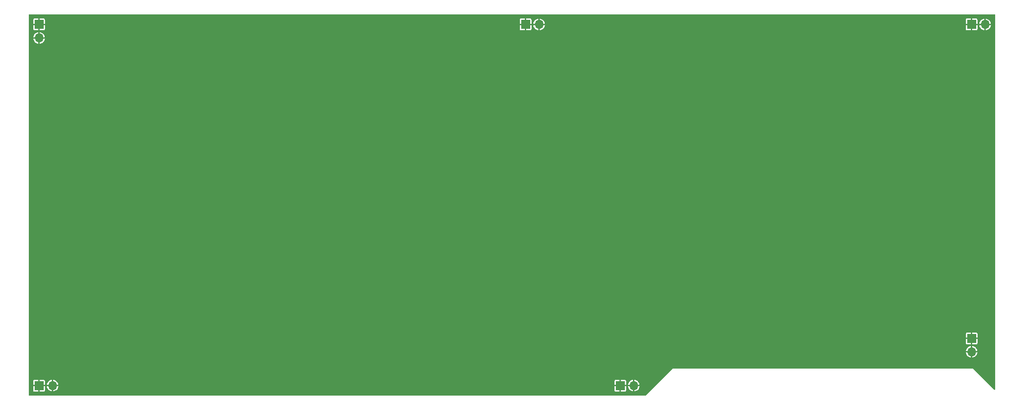
<source format=gbr>
%TF.GenerationSoftware,KiCad,Pcbnew,7.0.10*%
%TF.CreationDate,2024-08-04T08:05:15-06:00*%
%TF.ProjectId,display_card_cover,64697370-6c61-4795-9f63-6172645f636f,rev?*%
%TF.SameCoordinates,Original*%
%TF.FileFunction,Copper,L2,Bot*%
%TF.FilePolarity,Positive*%
%FSLAX46Y46*%
G04 Gerber Fmt 4.6, Leading zero omitted, Abs format (unit mm)*
G04 Created by KiCad (PCBNEW 7.0.10) date 2024-08-04 08:05:15*
%MOMM*%
%LPD*%
G01*
G04 APERTURE LIST*
%TA.AperFunction,ComponentPad*%
%ADD10R,1.700000X1.700000*%
%TD*%
%TA.AperFunction,ComponentPad*%
%ADD11O,1.700000X1.700000*%
%TD*%
G04 APERTURE END LIST*
D10*
%TO.P, ,1*%
%TO.N,GND*%
X556890000Y-434975000D03*
D11*
%TO.P, ,2*%
X559430000Y-434975000D03*
%TD*%
D10*
%TO.P, ,1*%
%TO.N,GND*%
X666115000Y-434975000D03*
D11*
%TO.P, ,2*%
X668655000Y-434975000D03*
%TD*%
D10*
%TO.P, ,1*%
%TO.N,GND*%
X732155000Y-426080000D03*
D11*
%TO.P, ,2*%
X732155000Y-428620000D03*
%TD*%
D10*
%TO.P, ,1*%
%TO.N,GND*%
X732150000Y-367030000D03*
D11*
%TO.P, ,2*%
X734690000Y-367030000D03*
%TD*%
D10*
%TO.P, ,1*%
%TO.N,GND*%
X648330000Y-367030000D03*
D11*
%TO.P, ,2*%
X650870000Y-367030000D03*
%TD*%
D10*
%TO.P, ,1*%
%TO.N,GND*%
X556895000Y-367030000D03*
D11*
%TO.P, ,2*%
X556895000Y-369570000D03*
%TD*%
%TA.AperFunction,Conductor*%
%TO.N,GND*%
G36*
X736543039Y-365144685D02*
G01*
X736588794Y-365197489D01*
X736600000Y-365249000D01*
X736600000Y-435664937D01*
X736580315Y-435731976D01*
X736527511Y-435777731D01*
X736458353Y-435787675D01*
X736394797Y-435758650D01*
X736388051Y-435752350D01*
X732459800Y-431800000D01*
X675944800Y-431800000D01*
X675944799Y-431800000D01*
X670901119Y-436843681D01*
X670839796Y-436877166D01*
X670813438Y-436880000D01*
X555114000Y-436880000D01*
X555046961Y-436860315D01*
X555001206Y-436807511D01*
X554990000Y-436756000D01*
X554990000Y-435849628D01*
X555790000Y-435849628D01*
X555804503Y-435922540D01*
X555804505Y-435922544D01*
X555859760Y-436005239D01*
X555942455Y-436060494D01*
X555942459Y-436060496D01*
X556015371Y-436074999D01*
X556015374Y-436075000D01*
X556765000Y-436075000D01*
X556765000Y-435462169D01*
X556854237Y-435475000D01*
X556925763Y-435475000D01*
X557015000Y-435462169D01*
X557015000Y-436075000D01*
X557764626Y-436075000D01*
X557764628Y-436074999D01*
X557837540Y-436060496D01*
X557837544Y-436060494D01*
X557920239Y-436005239D01*
X557975494Y-435922544D01*
X557975496Y-435922540D01*
X557989999Y-435849628D01*
X557990000Y-435849626D01*
X557990000Y-435100000D01*
X557374405Y-435100000D01*
X557390000Y-435046889D01*
X557390000Y-434903111D01*
X557374405Y-434850000D01*
X557990000Y-434850000D01*
X557990000Y-434849999D01*
X558336869Y-434849999D01*
X558336870Y-434850000D01*
X558945595Y-434850000D01*
X558930000Y-434903111D01*
X558930000Y-435046889D01*
X558945595Y-435100000D01*
X558336870Y-435100000D01*
X558344097Y-435177989D01*
X558344097Y-435177992D01*
X558399883Y-435374063D01*
X558399886Y-435374069D01*
X558490754Y-435556556D01*
X558613608Y-435719242D01*
X558764260Y-435856578D01*
X558937584Y-435963897D01*
X559127678Y-436037539D01*
X559305000Y-436070686D01*
X559305000Y-435462169D01*
X559394237Y-435475000D01*
X559465763Y-435475000D01*
X559555000Y-435462169D01*
X559555000Y-436070686D01*
X559732321Y-436037539D01*
X559922415Y-435963897D01*
X560095739Y-435856578D01*
X560103363Y-435849628D01*
X665015000Y-435849628D01*
X665029503Y-435922540D01*
X665029505Y-435922544D01*
X665084760Y-436005239D01*
X665167455Y-436060494D01*
X665167459Y-436060496D01*
X665240371Y-436074999D01*
X665240374Y-436075000D01*
X665990000Y-436075000D01*
X665990000Y-435462169D01*
X666079237Y-435475000D01*
X666150763Y-435475000D01*
X666240000Y-435462169D01*
X666240000Y-436075000D01*
X666989626Y-436075000D01*
X666989628Y-436074999D01*
X667062540Y-436060496D01*
X667062544Y-436060494D01*
X667145239Y-436005239D01*
X667200494Y-435922544D01*
X667200496Y-435922540D01*
X667214999Y-435849628D01*
X667215000Y-435849626D01*
X667215000Y-435100000D01*
X666599405Y-435100000D01*
X666615000Y-435046889D01*
X666615000Y-434903111D01*
X666599405Y-434850000D01*
X667215000Y-434850000D01*
X667215000Y-434849999D01*
X667561869Y-434849999D01*
X667561870Y-434850000D01*
X668170595Y-434850000D01*
X668155000Y-434903111D01*
X668155000Y-435046889D01*
X668170595Y-435100000D01*
X667561870Y-435100000D01*
X667569097Y-435177989D01*
X667569097Y-435177992D01*
X667624883Y-435374063D01*
X667624886Y-435374069D01*
X667715754Y-435556556D01*
X667838608Y-435719242D01*
X667989260Y-435856578D01*
X668162584Y-435963897D01*
X668352678Y-436037539D01*
X668530000Y-436070686D01*
X668530000Y-435462169D01*
X668619237Y-435475000D01*
X668690763Y-435475000D01*
X668780000Y-435462169D01*
X668780000Y-436070686D01*
X668957321Y-436037539D01*
X669147415Y-435963897D01*
X669320739Y-435856578D01*
X669471391Y-435719242D01*
X669594245Y-435556556D01*
X669685113Y-435374069D01*
X669685116Y-435374063D01*
X669740902Y-435177992D01*
X669740902Y-435177989D01*
X669748130Y-435100000D01*
X669139405Y-435100000D01*
X669155000Y-435046889D01*
X669155000Y-434903111D01*
X669139405Y-434850000D01*
X669748130Y-434850000D01*
X669748130Y-434849999D01*
X669740902Y-434772010D01*
X669740902Y-434772007D01*
X669685116Y-434575936D01*
X669685113Y-434575930D01*
X669594245Y-434393443D01*
X669471391Y-434230757D01*
X669320739Y-434093421D01*
X669147415Y-433986102D01*
X668957321Y-433912460D01*
X668780000Y-433879312D01*
X668780000Y-434487830D01*
X668690763Y-434475000D01*
X668619237Y-434475000D01*
X668530000Y-434487830D01*
X668530000Y-433879312D01*
X668352678Y-433912460D01*
X668162584Y-433986102D01*
X667989260Y-434093421D01*
X667838608Y-434230757D01*
X667715754Y-434393443D01*
X667624886Y-434575930D01*
X667624883Y-434575936D01*
X667569097Y-434772007D01*
X667569097Y-434772010D01*
X667561869Y-434849999D01*
X667215000Y-434849999D01*
X667215000Y-434100373D01*
X667214999Y-434100371D01*
X667200496Y-434027459D01*
X667200494Y-434027455D01*
X667145239Y-433944760D01*
X667062544Y-433889505D01*
X667062540Y-433889503D01*
X666989627Y-433875000D01*
X666240000Y-433875000D01*
X666240000Y-434487830D01*
X666150763Y-434475000D01*
X666079237Y-434475000D01*
X665990000Y-434487830D01*
X665990000Y-433875000D01*
X665240373Y-433875000D01*
X665167459Y-433889503D01*
X665167455Y-433889505D01*
X665084760Y-433944760D01*
X665029505Y-434027455D01*
X665029503Y-434027459D01*
X665015000Y-434100371D01*
X665015000Y-434850000D01*
X665630595Y-434850000D01*
X665615000Y-434903111D01*
X665615000Y-435046889D01*
X665630595Y-435100000D01*
X665015000Y-435100000D01*
X665015000Y-435849628D01*
X560103363Y-435849628D01*
X560246391Y-435719242D01*
X560369245Y-435556556D01*
X560460113Y-435374069D01*
X560460116Y-435374063D01*
X560515902Y-435177992D01*
X560515902Y-435177989D01*
X560523130Y-435100000D01*
X559914405Y-435100000D01*
X559930000Y-435046889D01*
X559930000Y-434903111D01*
X559914405Y-434850000D01*
X560523130Y-434850000D01*
X560523130Y-434849999D01*
X560515902Y-434772010D01*
X560515902Y-434772007D01*
X560460116Y-434575936D01*
X560460113Y-434575930D01*
X560369245Y-434393443D01*
X560246391Y-434230757D01*
X560095739Y-434093421D01*
X559922415Y-433986102D01*
X559732321Y-433912460D01*
X559555000Y-433879312D01*
X559555000Y-434487830D01*
X559465763Y-434475000D01*
X559394237Y-434475000D01*
X559305000Y-434487830D01*
X559305000Y-433879312D01*
X559127678Y-433912460D01*
X558937584Y-433986102D01*
X558764260Y-434093421D01*
X558613608Y-434230757D01*
X558490754Y-434393443D01*
X558399886Y-434575930D01*
X558399883Y-434575936D01*
X558344097Y-434772007D01*
X558344097Y-434772010D01*
X558336869Y-434849999D01*
X557990000Y-434849999D01*
X557990000Y-434100373D01*
X557989999Y-434100371D01*
X557975496Y-434027459D01*
X557975494Y-434027455D01*
X557920239Y-433944760D01*
X557837544Y-433889505D01*
X557837540Y-433889503D01*
X557764627Y-433875000D01*
X557015000Y-433875000D01*
X557015000Y-434487830D01*
X556925763Y-434475000D01*
X556854237Y-434475000D01*
X556765000Y-434487830D01*
X556765000Y-433875000D01*
X556015373Y-433875000D01*
X555942459Y-433889503D01*
X555942455Y-433889505D01*
X555859760Y-433944760D01*
X555804505Y-434027455D01*
X555804503Y-434027459D01*
X555790000Y-434100371D01*
X555790000Y-434850000D01*
X556405595Y-434850000D01*
X556390000Y-434903111D01*
X556390000Y-435046889D01*
X556405595Y-435100000D01*
X555790000Y-435100000D01*
X555790000Y-435849628D01*
X554990000Y-435849628D01*
X554990000Y-428494999D01*
X731061869Y-428494999D01*
X731061870Y-428495000D01*
X731670595Y-428495000D01*
X731655000Y-428548111D01*
X731655000Y-428691889D01*
X731670595Y-428745000D01*
X731061870Y-428745000D01*
X731069097Y-428822989D01*
X731069097Y-428822992D01*
X731124883Y-429019063D01*
X731124886Y-429019069D01*
X731215754Y-429201556D01*
X731338608Y-429364242D01*
X731489260Y-429501578D01*
X731662584Y-429608897D01*
X731852678Y-429682539D01*
X732030000Y-429715686D01*
X732030000Y-429107169D01*
X732119237Y-429120000D01*
X732190763Y-429120000D01*
X732280000Y-429107169D01*
X732280000Y-429715686D01*
X732457321Y-429682539D01*
X732647415Y-429608897D01*
X732820739Y-429501578D01*
X732971391Y-429364242D01*
X733094245Y-429201556D01*
X733185113Y-429019069D01*
X733185116Y-429019063D01*
X733240902Y-428822992D01*
X733240902Y-428822989D01*
X733248130Y-428745000D01*
X732639405Y-428745000D01*
X732655000Y-428691889D01*
X732655000Y-428548111D01*
X732639405Y-428495000D01*
X733248130Y-428495000D01*
X733248130Y-428494999D01*
X733240902Y-428417010D01*
X733240902Y-428417007D01*
X733185116Y-428220936D01*
X733185113Y-428220930D01*
X733094245Y-428038443D01*
X732971391Y-427875757D01*
X732820739Y-427738421D01*
X732647415Y-427631102D01*
X732457321Y-427557460D01*
X732280000Y-427524312D01*
X732280000Y-428132830D01*
X732190763Y-428120000D01*
X732119237Y-428120000D01*
X732030000Y-428132830D01*
X732030000Y-427524312D01*
X731852678Y-427557460D01*
X731662584Y-427631102D01*
X731489260Y-427738421D01*
X731338608Y-427875757D01*
X731215754Y-428038443D01*
X731124886Y-428220930D01*
X731124883Y-428220936D01*
X731069097Y-428417007D01*
X731069097Y-428417010D01*
X731061869Y-428494999D01*
X554990000Y-428494999D01*
X554990000Y-426954628D01*
X731055000Y-426954628D01*
X731069503Y-427027540D01*
X731069505Y-427027544D01*
X731124760Y-427110239D01*
X731207455Y-427165494D01*
X731207459Y-427165496D01*
X731280371Y-427179999D01*
X731280374Y-427180000D01*
X732030000Y-427180000D01*
X732030000Y-426567169D01*
X732119237Y-426580000D01*
X732190763Y-426580000D01*
X732280000Y-426567169D01*
X732280000Y-427180000D01*
X733029626Y-427180000D01*
X733029628Y-427179999D01*
X733102540Y-427165496D01*
X733102544Y-427165494D01*
X733185239Y-427110239D01*
X733240494Y-427027544D01*
X733240496Y-427027540D01*
X733254999Y-426954628D01*
X733255000Y-426954626D01*
X733255000Y-426205000D01*
X732639405Y-426205000D01*
X732655000Y-426151889D01*
X732655000Y-426008111D01*
X732639405Y-425955000D01*
X733255000Y-425955000D01*
X733255000Y-425205373D01*
X733254999Y-425205371D01*
X733240496Y-425132459D01*
X733240494Y-425132455D01*
X733185239Y-425049760D01*
X733102544Y-424994505D01*
X733102540Y-424994503D01*
X733029627Y-424980000D01*
X732280000Y-424980000D01*
X732280000Y-425592830D01*
X732190763Y-425580000D01*
X732119237Y-425580000D01*
X732030000Y-425592830D01*
X732030000Y-424980000D01*
X731280373Y-424980000D01*
X731207459Y-424994503D01*
X731207455Y-424994505D01*
X731124760Y-425049760D01*
X731069505Y-425132455D01*
X731069503Y-425132459D01*
X731055000Y-425205371D01*
X731055000Y-425955000D01*
X731670595Y-425955000D01*
X731655000Y-426008111D01*
X731655000Y-426151889D01*
X731670595Y-426205000D01*
X731055000Y-426205000D01*
X731055000Y-426954628D01*
X554990000Y-426954628D01*
X554990000Y-369444999D01*
X555801869Y-369444999D01*
X555801870Y-369445000D01*
X556410595Y-369445000D01*
X556395000Y-369498111D01*
X556395000Y-369641889D01*
X556410595Y-369695000D01*
X555801870Y-369695000D01*
X555809097Y-369772989D01*
X555809097Y-369772992D01*
X555864883Y-369969063D01*
X555864886Y-369969069D01*
X555955754Y-370151556D01*
X556078608Y-370314242D01*
X556229260Y-370451578D01*
X556402584Y-370558897D01*
X556592678Y-370632539D01*
X556770000Y-370665686D01*
X556770000Y-370057169D01*
X556859237Y-370070000D01*
X556930763Y-370070000D01*
X557020000Y-370057169D01*
X557020000Y-370665686D01*
X557197321Y-370632539D01*
X557387415Y-370558897D01*
X557560739Y-370451578D01*
X557711391Y-370314242D01*
X557834245Y-370151556D01*
X557925113Y-369969069D01*
X557925116Y-369969063D01*
X557980902Y-369772992D01*
X557980902Y-369772989D01*
X557988130Y-369695000D01*
X557379405Y-369695000D01*
X557395000Y-369641889D01*
X557395000Y-369498111D01*
X557379405Y-369445000D01*
X557988130Y-369445000D01*
X557988130Y-369444999D01*
X557980902Y-369367010D01*
X557980902Y-369367007D01*
X557925116Y-369170936D01*
X557925113Y-369170930D01*
X557834245Y-368988443D01*
X557711391Y-368825757D01*
X557560739Y-368688421D01*
X557387415Y-368581102D01*
X557197321Y-368507460D01*
X557020000Y-368474312D01*
X557020000Y-369082830D01*
X556930763Y-369070000D01*
X556859237Y-369070000D01*
X556770000Y-369082830D01*
X556770000Y-368474312D01*
X556592678Y-368507460D01*
X556402584Y-368581102D01*
X556229260Y-368688421D01*
X556078608Y-368825757D01*
X555955754Y-368988443D01*
X555864886Y-369170930D01*
X555864883Y-369170936D01*
X555809097Y-369367007D01*
X555809097Y-369367010D01*
X555801869Y-369444999D01*
X554990000Y-369444999D01*
X554990000Y-367904628D01*
X555795000Y-367904628D01*
X555809503Y-367977540D01*
X555809505Y-367977544D01*
X555864760Y-368060239D01*
X555947455Y-368115494D01*
X555947459Y-368115496D01*
X556020371Y-368129999D01*
X556020374Y-368130000D01*
X556770000Y-368130000D01*
X556770000Y-367517169D01*
X556859237Y-367530000D01*
X556930763Y-367530000D01*
X557020000Y-367517169D01*
X557020000Y-368130000D01*
X557769626Y-368130000D01*
X557769628Y-368129999D01*
X557842540Y-368115496D01*
X557842544Y-368115494D01*
X557925239Y-368060239D01*
X557980494Y-367977544D01*
X557980496Y-367977540D01*
X557994999Y-367904628D01*
X647230000Y-367904628D01*
X647244503Y-367977540D01*
X647244505Y-367977544D01*
X647299760Y-368060239D01*
X647382455Y-368115494D01*
X647382459Y-368115496D01*
X647455371Y-368129999D01*
X647455374Y-368130000D01*
X648205000Y-368130000D01*
X648205000Y-367517169D01*
X648294237Y-367530000D01*
X648365763Y-367530000D01*
X648455000Y-367517169D01*
X648455000Y-368130000D01*
X649204626Y-368130000D01*
X649204628Y-368129999D01*
X649277540Y-368115496D01*
X649277544Y-368115494D01*
X649360239Y-368060239D01*
X649415494Y-367977544D01*
X649415496Y-367977540D01*
X649429999Y-367904628D01*
X649430000Y-367904626D01*
X649430000Y-367155000D01*
X648814405Y-367155000D01*
X648830000Y-367101889D01*
X648830000Y-366958111D01*
X648814405Y-366905000D01*
X649430000Y-366905000D01*
X649430000Y-366904999D01*
X649776869Y-366904999D01*
X649776870Y-366905000D01*
X650385595Y-366905000D01*
X650370000Y-366958111D01*
X650370000Y-367101889D01*
X650385595Y-367155000D01*
X649776870Y-367155000D01*
X649784097Y-367232989D01*
X649784097Y-367232992D01*
X649839883Y-367429063D01*
X649839886Y-367429069D01*
X649930754Y-367611556D01*
X650053608Y-367774242D01*
X650204260Y-367911578D01*
X650377584Y-368018897D01*
X650567678Y-368092539D01*
X650745000Y-368125686D01*
X650745000Y-367517169D01*
X650834237Y-367530000D01*
X650905763Y-367530000D01*
X650995000Y-367517169D01*
X650995000Y-368125686D01*
X651172321Y-368092539D01*
X651362415Y-368018897D01*
X651535739Y-367911578D01*
X651543363Y-367904628D01*
X731050000Y-367904628D01*
X731064503Y-367977540D01*
X731064505Y-367977544D01*
X731119760Y-368060239D01*
X731202455Y-368115494D01*
X731202459Y-368115496D01*
X731275371Y-368129999D01*
X731275374Y-368130000D01*
X732025000Y-368130000D01*
X732025000Y-367517169D01*
X732114237Y-367530000D01*
X732185763Y-367530000D01*
X732275000Y-367517169D01*
X732275000Y-368130000D01*
X733024626Y-368130000D01*
X733024628Y-368129999D01*
X733097540Y-368115496D01*
X733097544Y-368115494D01*
X733180239Y-368060239D01*
X733235494Y-367977544D01*
X733235496Y-367977540D01*
X733249999Y-367904628D01*
X733250000Y-367904626D01*
X733250000Y-367155000D01*
X732634405Y-367155000D01*
X732650000Y-367101889D01*
X732650000Y-366958111D01*
X732634405Y-366905000D01*
X733250000Y-366905000D01*
X733250000Y-366904999D01*
X733596869Y-366904999D01*
X733596870Y-366905000D01*
X734205595Y-366905000D01*
X734190000Y-366958111D01*
X734190000Y-367101889D01*
X734205595Y-367155000D01*
X733596870Y-367155000D01*
X733604097Y-367232989D01*
X733604097Y-367232992D01*
X733659883Y-367429063D01*
X733659886Y-367429069D01*
X733750754Y-367611556D01*
X733873608Y-367774242D01*
X734024260Y-367911578D01*
X734197584Y-368018897D01*
X734387678Y-368092539D01*
X734565000Y-368125686D01*
X734565000Y-367517169D01*
X734654237Y-367530000D01*
X734725763Y-367530000D01*
X734815000Y-367517169D01*
X734815000Y-368125686D01*
X734992321Y-368092539D01*
X735182415Y-368018897D01*
X735355739Y-367911578D01*
X735506391Y-367774242D01*
X735629245Y-367611556D01*
X735720113Y-367429069D01*
X735720116Y-367429063D01*
X735775902Y-367232992D01*
X735775902Y-367232989D01*
X735783130Y-367155000D01*
X735174405Y-367155000D01*
X735190000Y-367101889D01*
X735190000Y-366958111D01*
X735174405Y-366905000D01*
X735783130Y-366905000D01*
X735783130Y-366904999D01*
X735775902Y-366827010D01*
X735775902Y-366827007D01*
X735720116Y-366630936D01*
X735720113Y-366630930D01*
X735629245Y-366448443D01*
X735506391Y-366285757D01*
X735355739Y-366148421D01*
X735182415Y-366041102D01*
X734992321Y-365967460D01*
X734815000Y-365934312D01*
X734815000Y-366542830D01*
X734725763Y-366530000D01*
X734654237Y-366530000D01*
X734565000Y-366542830D01*
X734565000Y-365934312D01*
X734387678Y-365967460D01*
X734197584Y-366041102D01*
X734024260Y-366148421D01*
X733873608Y-366285757D01*
X733750754Y-366448443D01*
X733659886Y-366630930D01*
X733659883Y-366630936D01*
X733604097Y-366827007D01*
X733604097Y-366827010D01*
X733596869Y-366904999D01*
X733250000Y-366904999D01*
X733250000Y-366155373D01*
X733249999Y-366155371D01*
X733235496Y-366082459D01*
X733235494Y-366082455D01*
X733180239Y-365999760D01*
X733097544Y-365944505D01*
X733097540Y-365944503D01*
X733024627Y-365930000D01*
X732275000Y-365930000D01*
X732275000Y-366542830D01*
X732185763Y-366530000D01*
X732114237Y-366530000D01*
X732025000Y-366542830D01*
X732025000Y-365930000D01*
X731275373Y-365930000D01*
X731202459Y-365944503D01*
X731202455Y-365944505D01*
X731119760Y-365999760D01*
X731064505Y-366082455D01*
X731064503Y-366082459D01*
X731050000Y-366155371D01*
X731050000Y-366905000D01*
X731665595Y-366905000D01*
X731650000Y-366958111D01*
X731650000Y-367101889D01*
X731665595Y-367155000D01*
X731050000Y-367155000D01*
X731050000Y-367904628D01*
X651543363Y-367904628D01*
X651686391Y-367774242D01*
X651809245Y-367611556D01*
X651900113Y-367429069D01*
X651900116Y-367429063D01*
X651955902Y-367232992D01*
X651955902Y-367232989D01*
X651963130Y-367155000D01*
X651354405Y-367155000D01*
X651370000Y-367101889D01*
X651370000Y-366958111D01*
X651354405Y-366905000D01*
X651963130Y-366905000D01*
X651963130Y-366904999D01*
X651955902Y-366827010D01*
X651955902Y-366827007D01*
X651900116Y-366630936D01*
X651900113Y-366630930D01*
X651809245Y-366448443D01*
X651686391Y-366285757D01*
X651535739Y-366148421D01*
X651362415Y-366041102D01*
X651172321Y-365967460D01*
X650995000Y-365934312D01*
X650995000Y-366542830D01*
X650905763Y-366530000D01*
X650834237Y-366530000D01*
X650745000Y-366542830D01*
X650745000Y-365934312D01*
X650567678Y-365967460D01*
X650377584Y-366041102D01*
X650204260Y-366148421D01*
X650053608Y-366285757D01*
X649930754Y-366448443D01*
X649839886Y-366630930D01*
X649839883Y-366630936D01*
X649784097Y-366827007D01*
X649784097Y-366827010D01*
X649776869Y-366904999D01*
X649430000Y-366904999D01*
X649430000Y-366155373D01*
X649429999Y-366155371D01*
X649415496Y-366082459D01*
X649415494Y-366082455D01*
X649360239Y-365999760D01*
X649277544Y-365944505D01*
X649277540Y-365944503D01*
X649204627Y-365930000D01*
X648455000Y-365930000D01*
X648455000Y-366542830D01*
X648365763Y-366530000D01*
X648294237Y-366530000D01*
X648205000Y-366542830D01*
X648205000Y-365930000D01*
X647455373Y-365930000D01*
X647382459Y-365944503D01*
X647382455Y-365944505D01*
X647299760Y-365999760D01*
X647244505Y-366082455D01*
X647244503Y-366082459D01*
X647230000Y-366155371D01*
X647230000Y-366905000D01*
X647845595Y-366905000D01*
X647830000Y-366958111D01*
X647830000Y-367101889D01*
X647845595Y-367155000D01*
X647230000Y-367155000D01*
X647230000Y-367904628D01*
X557994999Y-367904628D01*
X557995000Y-367904626D01*
X557995000Y-367155000D01*
X557379405Y-367155000D01*
X557395000Y-367101889D01*
X557395000Y-366958111D01*
X557379405Y-366905000D01*
X557995000Y-366905000D01*
X557995000Y-366155373D01*
X557994999Y-366155371D01*
X557980496Y-366082459D01*
X557980494Y-366082455D01*
X557925239Y-365999760D01*
X557842544Y-365944505D01*
X557842540Y-365944503D01*
X557769627Y-365930000D01*
X557020000Y-365930000D01*
X557020000Y-366542830D01*
X556930763Y-366530000D01*
X556859237Y-366530000D01*
X556770000Y-366542830D01*
X556770000Y-365930000D01*
X556020373Y-365930000D01*
X555947459Y-365944503D01*
X555947455Y-365944505D01*
X555864760Y-365999760D01*
X555809505Y-366082455D01*
X555809503Y-366082459D01*
X555795000Y-366155371D01*
X555795000Y-366905000D01*
X556410595Y-366905000D01*
X556395000Y-366958111D01*
X556395000Y-367101889D01*
X556410595Y-367155000D01*
X555795000Y-367155000D01*
X555795000Y-367904628D01*
X554990000Y-367904628D01*
X554990000Y-365249000D01*
X555009685Y-365181961D01*
X555062489Y-365136206D01*
X555114000Y-365125000D01*
X736476000Y-365125000D01*
X736543039Y-365144685D01*
G37*
%TD.AperFunction*%
%TD*%
M02*

</source>
